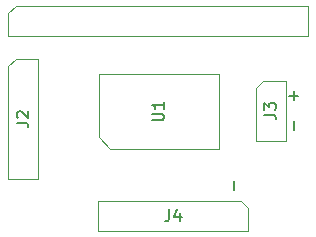
<source format=gbr>
%TF.GenerationSoftware,KiCad,Pcbnew,(6.0.10)*%
%TF.CreationDate,2023-02-01T23:57:17+02:00*%
%TF.ProjectId,Bomb,426f6d62-2e6b-4696-9361-645f70636258,rev?*%
%TF.SameCoordinates,Original*%
%TF.FileFunction,AssemblyDrawing,Top*%
%FSLAX46Y46*%
G04 Gerber Fmt 4.6, Leading zero omitted, Abs format (unit mm)*
G04 Created by KiCad (PCBNEW (6.0.10)) date 2023-02-01 23:57:17*
%MOMM*%
%LPD*%
G01*
G04 APERTURE LIST*
%ADD10C,0.150000*%
%ADD11C,0.100000*%
G04 APERTURE END LIST*
D10*
X135631428Y-63550952D02*
X135631428Y-62789047D01*
X140711428Y-58470952D02*
X140711428Y-57709047D01*
X140711428Y-55930952D02*
X140711428Y-55169047D01*
X141092380Y-55550000D02*
X140330476Y-55550000D01*
%TO.C,U1*%
X128701641Y-57638147D02*
X129511165Y-57638147D01*
X129606403Y-57590528D01*
X129654022Y-57542909D01*
X129701641Y-57447671D01*
X129701641Y-57257195D01*
X129654022Y-57161957D01*
X129606403Y-57114338D01*
X129511165Y-57066719D01*
X128701641Y-57066719D01*
X129701641Y-56066719D02*
X129701641Y-56638147D01*
X129701641Y-56352433D02*
X128701641Y-56352433D01*
X128844499Y-56447671D01*
X128939737Y-56542909D01*
X128987356Y-56638147D01*
%TO.C,J2*%
X117232380Y-57850833D02*
X117946666Y-57850833D01*
X118089523Y-57898452D01*
X118184761Y-57993690D01*
X118232380Y-58136547D01*
X118232380Y-58231785D01*
X117327619Y-57422261D02*
X117280000Y-57374642D01*
X117232380Y-57279404D01*
X117232380Y-57041309D01*
X117280000Y-56946071D01*
X117327619Y-56898452D01*
X117422857Y-56850833D01*
X117518095Y-56850833D01*
X117660952Y-56898452D01*
X118232380Y-57469880D01*
X118232380Y-56850833D01*
%TO.C,J4*%
X130146666Y-65162380D02*
X130146666Y-65876666D01*
X130099047Y-66019523D01*
X130003809Y-66114761D01*
X129860952Y-66162380D01*
X129765714Y-66162380D01*
X131051428Y-65495714D02*
X131051428Y-66162380D01*
X130813333Y-65114761D02*
X130575238Y-65829047D01*
X131194285Y-65829047D01*
%TO.C,J3*%
X138187380Y-57153333D02*
X138901666Y-57153333D01*
X139044523Y-57200952D01*
X139139761Y-57296190D01*
X139187380Y-57439047D01*
X139187380Y-57534285D01*
X138187380Y-56772380D02*
X138187380Y-56153333D01*
X138568333Y-56486666D01*
X138568333Y-56343809D01*
X138615952Y-56248571D01*
X138663571Y-56200952D01*
X138758809Y-56153333D01*
X138996904Y-56153333D01*
X139092142Y-56200952D01*
X139139761Y-56248571D01*
X139187380Y-56343809D01*
X139187380Y-56629523D01*
X139139761Y-56724761D01*
X139092142Y-56772380D01*
D11*
%TO.C,J1*%
X117145000Y-47930000D02*
X141910000Y-47930000D01*
X116510000Y-48565000D02*
X117145000Y-47930000D01*
X141910000Y-47930000D02*
X141910000Y-50470000D01*
X141910000Y-50470000D02*
X116510000Y-50470000D01*
X116510000Y-50470000D02*
X116510000Y-48565000D01*
%TO.C,U1*%
X134329261Y-60051243D02*
X125169261Y-60051243D01*
X124169261Y-53701243D02*
X134329261Y-53701243D01*
X125169261Y-60051243D02*
X124169261Y-59051243D01*
X124169261Y-59051243D02*
X124169261Y-53701243D01*
X134329261Y-53701243D02*
X134329261Y-60051243D01*
%TO.C,J2*%
X119050000Y-52437500D02*
X119050000Y-62597500D01*
X116510000Y-53072500D02*
X117145000Y-52437500D01*
X117145000Y-52437500D02*
X119050000Y-52437500D01*
X119050000Y-62597500D02*
X116510000Y-62597500D01*
X116510000Y-62597500D02*
X116510000Y-53072500D01*
%TO.C,J4*%
X124130000Y-64440000D02*
X136195000Y-64440000D01*
X136830000Y-66980000D02*
X124130000Y-66980000D01*
X136830000Y-65075000D02*
X136830000Y-66980000D01*
X124130000Y-66980000D02*
X124130000Y-64440000D01*
X136195000Y-64440000D02*
X136830000Y-65075000D01*
%TO.C,J3*%
X138100000Y-54280000D02*
X140005000Y-54280000D01*
X137465000Y-54915000D02*
X138100000Y-54280000D01*
X140005000Y-59360000D02*
X137465000Y-59360000D01*
X140005000Y-54280000D02*
X140005000Y-59360000D01*
X137465000Y-59360000D02*
X137465000Y-54915000D01*
%TD*%
M02*

</source>
